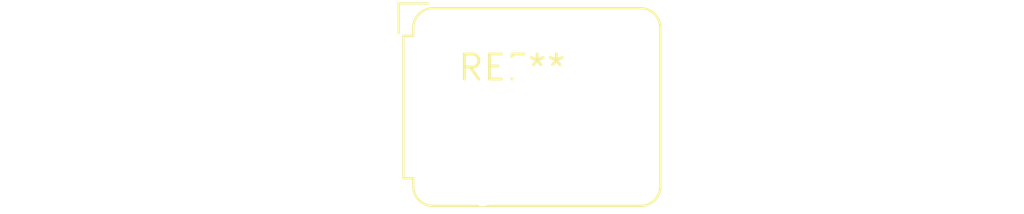
<source format=kicad_pcb>
(kicad_pcb (version 20240108) (generator pcbnew)
  (layers (0 "F.Cu" signal) (31 "B.Cu" signal) (34 "B.Paste" user) (35 "F.Paste" user) (36 "B.SilkS" user "B.Silkscreen") (37 "F.SilkS" user "F.Silkscreen") (38 "B.Mask" user) (39 "F.Mask" user) (44 "Edge.Cuts" user))
  (net 0 "")
  (footprint "JST_JWPF_B06B-JWPF-SK-R_2x03_P2.00mm_Vertical" (layer "F.Cu") (at 0 0)
    (property "Reference" "REF**")
    (property "Value" "JST_JWPF_B06B-JWPF-SK-R_2x03_P2.00mm_Vertical")
    (fp_line (start -5.75 -3.25) (end -4.25 -3.25) (layer "F.SilkS") (stroke (width 0.12)))
    (fp_line (start -5.75 -1.75) (end -5.75 -3.25) (layer "F.SilkS") (stroke (width 0.12)))
    (fp_line (start -5.51 -1.61) (end -5.51 5.61) (layer "F.SilkS") (stroke (width 0.12)))
    (fp_line (start -5.51 5.61) (end -5.01 5.61) (layer "F.SilkS") (stroke (width 0.12)))
    (fp_line (start -5.01 -2.01) (end -5.01 -1.61) (layer "F.SilkS") (stroke (width 0.12)))
    (fp_line (start -5.01 -1.61) (end -5.51 -1.61) (layer "F.SilkS") (stroke (width 0.12)))
    (fp_line (start -5.01 5.61) (end -5.01 6.01) (layer "F.SilkS") (stroke (width 0.12)))
    (fp_line (start -4.01 -3.01) (end 6.51 -3.01) (layer "F.SilkS") (stroke (width 0.12)))
    (fp_line (start -4.01 7.01) (end 6.51 7.01) (layer "F.SilkS") (stroke (width 0.12)))
    (fp_line (start 7.51 -2.01) (end 7.51 6.01) (layer "F.SilkS") (stroke (width 0.12)))
    (fp_arc (start -5.01 -2.01) (mid -4.717107 -2.717107) (end -4.01 -3.01) (layer "F.SilkS") (stroke (width 0.12)))
    (fp_arc (start -4.01 7.01) (mid -4.717107 6.717107) (end -5.01 6.01) (layer "F.SilkS") (stroke (width 0.12)))
    (fp_arc (start 6.51 -3.01) (mid 7.217107 -2.717107) (end 7.51 -2.01) (layer "F.SilkS") (stroke (width 0.12)))
    (fp_arc (start 7.51 6.01) (mid 7.217107 6.717107) (end 6.51 7.01) (layer "F.SilkS") (stroke (width 0.12)))
    (pad "" np_thru_hole circle (at -1.5 6.45) (size 1.15 1.15) (drill 1.15) (layers *.Cu *.Mask))
    (pad "1" thru_hole roundrect (at 0 0) (size 2 1.3) (drill 1) (layers *.Cu *.Mask) (remove_unused_layers) (roundrect_rratio 0.192308))
    (pad "2" thru_hole oval (at 0 2) (size 2 1.3) (drill 1) (layers *.Cu *.Mask) (remove_unused_layers))
    (pad "3" thru_hole oval (at 0 4) (size 2 1.3) (drill 1) (layers *.Cu *.Mask) (remove_unused_layers))
    (pad "4" thru_hole oval (at 4 0) (size 2 1.3) (drill 1) (layers *.Cu *.Mask) (remove_unused_layers))
    (pad "5" thru_hole oval (at 4 2) (size 2 1.3) (drill 1) (layers *.Cu *.Mask) (remove_unused_layers))
    (pad "6" thru_hole oval (at 4 4) (size 2 1.3) (drill 1) (layers *.Cu *.Mask) (remove_unused_layers))
  )
)
</source>
